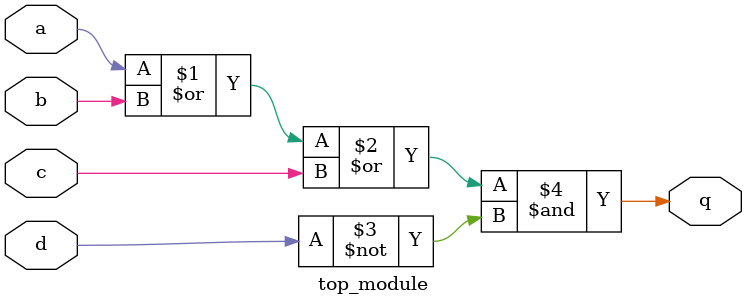
<source format=sv>
module top_module (
    input a,
    input b,
    input c,
    input d,
    output q
);

assign q = (a | b | c) & ~d;

endmodule

</source>
